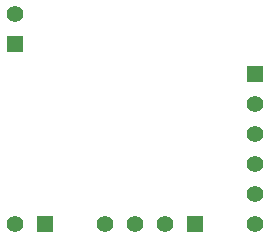
<source format=gbs>
G04 (created by PCBNEW (2013-07-07 BZR 4022)-stable) date 1/13/2014 9:40:32 PM*
%MOIN*%
G04 Gerber Fmt 3.4, Leading zero omitted, Abs format*
%FSLAX34Y34*%
G01*
G70*
G90*
G04 APERTURE LIST*
%ADD10C,0.00590551*%
%ADD11R,0.055X0.055*%
%ADD12C,0.055*%
G04 APERTURE END LIST*
G54D10*
G54D11*
X44700Y-33300D03*
G54D12*
X44700Y-32300D03*
G54D11*
X45700Y-39300D03*
G54D12*
X44700Y-39300D03*
G54D11*
X50700Y-39300D03*
G54D12*
X49700Y-39300D03*
X48700Y-39300D03*
X47700Y-39300D03*
G54D11*
X52700Y-34300D03*
G54D12*
X52700Y-35300D03*
X52700Y-36300D03*
X52700Y-37300D03*
X52700Y-38300D03*
X52700Y-39300D03*
M02*

</source>
